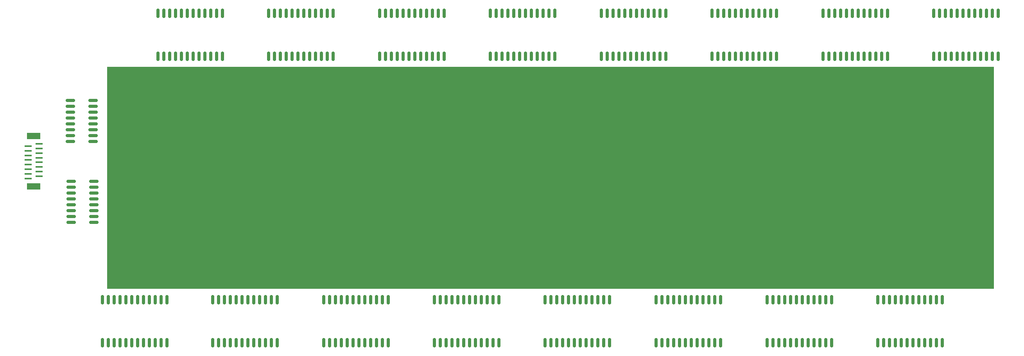
<source format=gbs>
G04 #@! TF.GenerationSoftware,KiCad,Pcbnew,6.0.8+dfsg-1~bpo11+1*
G04 #@! TF.CreationDate,2023-08-01T08:47:42-04:00*
G04 #@! TF.ProjectId,14_8x32_self_capacitance,31345f38-7833-4325-9f73-656c665f6361,rev?*
G04 #@! TF.SameCoordinates,Original*
G04 #@! TF.FileFunction,Soldermask,Bot*
G04 #@! TF.FilePolarity,Negative*
%FSLAX46Y46*%
G04 Gerber Fmt 4.6, Leading zero omitted, Abs format (unit mm)*
G04 Created by KiCad (PCBNEW 6.0.8+dfsg-1~bpo11+1) date 2023-08-01 08:47:42*
%MOMM*%
%LPD*%
G01*
G04 APERTURE LIST*
G04 Aperture macros list*
%AMRoundRect*
0 Rectangle with rounded corners*
0 $1 Rounding radius*
0 $2 $3 $4 $5 $6 $7 $8 $9 X,Y pos of 4 corners*
0 Add a 4 corners polygon primitive as box body*
4,1,4,$2,$3,$4,$5,$6,$7,$8,$9,$2,$3,0*
0 Add four circle primitives for the rounded corners*
1,1,$1+$1,$2,$3*
1,1,$1+$1,$4,$5*
1,1,$1+$1,$6,$7*
1,1,$1+$1,$8,$9*
0 Add four rect primitives between the rounded corners*
20,1,$1+$1,$2,$3,$4,$5,0*
20,1,$1+$1,$4,$5,$6,$7,0*
20,1,$1+$1,$6,$7,$8,$9,0*
20,1,$1+$1,$8,$9,$2,$3,0*%
G04 Aperture macros list end*
%ADD10C,0.050000*%
%ADD11RoundRect,0.150000X-0.825000X-0.150000X0.825000X-0.150000X0.825000X0.150000X-0.825000X0.150000X0*%
%ADD12RoundRect,0.150000X0.150000X-0.875000X0.150000X0.875000X-0.150000X0.875000X-0.150000X-0.875000X0*%
%ADD13R,1.600000X0.400000*%
%ADD14R,2.900000X1.400000*%
%ADD15RoundRect,0.150000X-0.150000X0.875000X-0.150000X-0.875000X0.150000X-0.875000X0.150000X0.875000X0*%
G04 APERTURE END LIST*
D10*
X68200000Y-56600000D02*
X260200000Y-56600000D01*
X260200000Y-56600000D02*
X260200000Y-104600000D01*
X260200000Y-104600000D02*
X68200000Y-104600000D01*
X68200000Y-104600000D02*
X68200000Y-56600000D01*
G36*
X68200000Y-56600000D02*
G01*
X260200000Y-56600000D01*
X260200000Y-104600000D01*
X68200000Y-104600000D01*
X68200000Y-56600000D01*
G37*
D11*
X60225000Y-72745000D03*
X60225000Y-71475000D03*
X60225000Y-70205000D03*
X60225000Y-68935000D03*
X60225000Y-67665000D03*
X60225000Y-66395000D03*
X60225000Y-65125000D03*
X60225000Y-63855000D03*
X65175000Y-63855000D03*
X65175000Y-65125000D03*
X65175000Y-66395000D03*
X65175000Y-67665000D03*
X65175000Y-68935000D03*
X65175000Y-70205000D03*
X65175000Y-71475000D03*
X65175000Y-72745000D03*
D12*
X165185000Y-54250000D03*
X163915000Y-54250000D03*
X162645000Y-54250000D03*
X161375000Y-54250000D03*
X160105000Y-54250000D03*
X158835000Y-54250000D03*
X157565000Y-54250000D03*
X156295000Y-54250000D03*
X155025000Y-54250000D03*
X153755000Y-54250000D03*
X152485000Y-54250000D03*
X151215000Y-54250000D03*
X151215000Y-44950000D03*
X152485000Y-44950000D03*
X153755000Y-44950000D03*
X155025000Y-44950000D03*
X156295000Y-44950000D03*
X157565000Y-44950000D03*
X158835000Y-44950000D03*
X160105000Y-44950000D03*
X161375000Y-44950000D03*
X162645000Y-44950000D03*
X163915000Y-44950000D03*
X165185000Y-44950000D03*
D11*
X60425000Y-90245000D03*
X60425000Y-88975000D03*
X60425000Y-87705000D03*
X60425000Y-86435000D03*
X60425000Y-85165000D03*
X60425000Y-83895000D03*
X60425000Y-82625000D03*
X60425000Y-81355000D03*
X65375000Y-81355000D03*
X65375000Y-82625000D03*
X65375000Y-83895000D03*
X65375000Y-85165000D03*
X65375000Y-86435000D03*
X65375000Y-87705000D03*
X65375000Y-88975000D03*
X65375000Y-90245000D03*
D12*
X237185000Y-54250000D03*
X235915000Y-54250000D03*
X234645000Y-54250000D03*
X233375000Y-54250000D03*
X232105000Y-54250000D03*
X230835000Y-54250000D03*
X229565000Y-54250000D03*
X228295000Y-54250000D03*
X227025000Y-54250000D03*
X225755000Y-54250000D03*
X224485000Y-54250000D03*
X223215000Y-54250000D03*
X223215000Y-44950000D03*
X224485000Y-44950000D03*
X225755000Y-44950000D03*
X227025000Y-44950000D03*
X228295000Y-44950000D03*
X229565000Y-44950000D03*
X230835000Y-44950000D03*
X232105000Y-44950000D03*
X233375000Y-44950000D03*
X234645000Y-44950000D03*
X235915000Y-44950000D03*
X237185000Y-44950000D03*
X261185000Y-54250000D03*
X259915000Y-54250000D03*
X258645000Y-54250000D03*
X257375000Y-54250000D03*
X256105000Y-54250000D03*
X254835000Y-54250000D03*
X253565000Y-54250000D03*
X252295000Y-54250000D03*
X251025000Y-54250000D03*
X249755000Y-54250000D03*
X248485000Y-54250000D03*
X247215000Y-54250000D03*
X247215000Y-44950000D03*
X248485000Y-44950000D03*
X249755000Y-44950000D03*
X251025000Y-44950000D03*
X252295000Y-44950000D03*
X253565000Y-44950000D03*
X254835000Y-44950000D03*
X256105000Y-44950000D03*
X257375000Y-44950000D03*
X258645000Y-44950000D03*
X259915000Y-44950000D03*
X261185000Y-44950000D03*
X189185000Y-54250000D03*
X187915000Y-54250000D03*
X186645000Y-54250000D03*
X185375000Y-54250000D03*
X184105000Y-54250000D03*
X182835000Y-54250000D03*
X181565000Y-54250000D03*
X180295000Y-54250000D03*
X179025000Y-54250000D03*
X177755000Y-54250000D03*
X176485000Y-54250000D03*
X175215000Y-54250000D03*
X175215000Y-44950000D03*
X176485000Y-44950000D03*
X177755000Y-44950000D03*
X179025000Y-44950000D03*
X180295000Y-44950000D03*
X181565000Y-44950000D03*
X182835000Y-44950000D03*
X184105000Y-44950000D03*
X185375000Y-44950000D03*
X186645000Y-44950000D03*
X187915000Y-44950000D03*
X189185000Y-44950000D03*
D13*
X51100000Y-80750000D03*
X53500000Y-80250000D03*
X51100000Y-79750000D03*
X53500000Y-79250000D03*
X51100000Y-78750000D03*
X53500000Y-78250000D03*
X51100000Y-77750000D03*
X53500000Y-77250000D03*
X51100000Y-76750000D03*
X53500000Y-76250000D03*
X51100000Y-75750000D03*
X53500000Y-75250000D03*
X51100000Y-74750000D03*
X53500000Y-74250000D03*
X51100000Y-73750000D03*
X53500000Y-73250000D03*
D14*
X52300000Y-82450000D03*
X52300000Y-71550000D03*
D12*
X141185000Y-54250000D03*
X139915000Y-54250000D03*
X138645000Y-54250000D03*
X137375000Y-54250000D03*
X136105000Y-54250000D03*
X134835000Y-54250000D03*
X133565000Y-54250000D03*
X132295000Y-54250000D03*
X131025000Y-54250000D03*
X129755000Y-54250000D03*
X128485000Y-54250000D03*
X127215000Y-54250000D03*
X127215000Y-44950000D03*
X128485000Y-44950000D03*
X129755000Y-44950000D03*
X131025000Y-44950000D03*
X132295000Y-44950000D03*
X133565000Y-44950000D03*
X134835000Y-44950000D03*
X136105000Y-44950000D03*
X137375000Y-44950000D03*
X138645000Y-44950000D03*
X139915000Y-44950000D03*
X141185000Y-44950000D03*
D15*
X91115000Y-107050000D03*
X92385000Y-107050000D03*
X93655000Y-107050000D03*
X94925000Y-107050000D03*
X96195000Y-107050000D03*
X97465000Y-107050000D03*
X98735000Y-107050000D03*
X100005000Y-107050000D03*
X101275000Y-107050000D03*
X102545000Y-107050000D03*
X103815000Y-107050000D03*
X105085000Y-107050000D03*
X105085000Y-116350000D03*
X103815000Y-116350000D03*
X102545000Y-116350000D03*
X101275000Y-116350000D03*
X100005000Y-116350000D03*
X98735000Y-116350000D03*
X97465000Y-116350000D03*
X96195000Y-116350000D03*
X94925000Y-116350000D03*
X93655000Y-116350000D03*
X92385000Y-116350000D03*
X91115000Y-116350000D03*
X115115000Y-107050000D03*
X116385000Y-107050000D03*
X117655000Y-107050000D03*
X118925000Y-107050000D03*
X120195000Y-107050000D03*
X121465000Y-107050000D03*
X122735000Y-107050000D03*
X124005000Y-107050000D03*
X125275000Y-107050000D03*
X126545000Y-107050000D03*
X127815000Y-107050000D03*
X129085000Y-107050000D03*
X129085000Y-116350000D03*
X127815000Y-116350000D03*
X126545000Y-116350000D03*
X125275000Y-116350000D03*
X124005000Y-116350000D03*
X122735000Y-116350000D03*
X121465000Y-116350000D03*
X120195000Y-116350000D03*
X118925000Y-116350000D03*
X117655000Y-116350000D03*
X116385000Y-116350000D03*
X115115000Y-116350000D03*
X139115000Y-107050000D03*
X140385000Y-107050000D03*
X141655000Y-107050000D03*
X142925000Y-107050000D03*
X144195000Y-107050000D03*
X145465000Y-107050000D03*
X146735000Y-107050000D03*
X148005000Y-107050000D03*
X149275000Y-107050000D03*
X150545000Y-107050000D03*
X151815000Y-107050000D03*
X153085000Y-107050000D03*
X153085000Y-116350000D03*
X151815000Y-116350000D03*
X150545000Y-116350000D03*
X149275000Y-116350000D03*
X148005000Y-116350000D03*
X146735000Y-116350000D03*
X145465000Y-116350000D03*
X144195000Y-116350000D03*
X142925000Y-116350000D03*
X141655000Y-116350000D03*
X140385000Y-116350000D03*
X139115000Y-116350000D03*
X187115000Y-107050000D03*
X188385000Y-107050000D03*
X189655000Y-107050000D03*
X190925000Y-107050000D03*
X192195000Y-107050000D03*
X193465000Y-107050000D03*
X194735000Y-107050000D03*
X196005000Y-107050000D03*
X197275000Y-107050000D03*
X198545000Y-107050000D03*
X199815000Y-107050000D03*
X201085000Y-107050000D03*
X201085000Y-116350000D03*
X199815000Y-116350000D03*
X198545000Y-116350000D03*
X197275000Y-116350000D03*
X196005000Y-116350000D03*
X194735000Y-116350000D03*
X193465000Y-116350000D03*
X192195000Y-116350000D03*
X190925000Y-116350000D03*
X189655000Y-116350000D03*
X188385000Y-116350000D03*
X187115000Y-116350000D03*
D12*
X117185000Y-54250000D03*
X115915000Y-54250000D03*
X114645000Y-54250000D03*
X113375000Y-54250000D03*
X112105000Y-54250000D03*
X110835000Y-54250000D03*
X109565000Y-54250000D03*
X108295000Y-54250000D03*
X107025000Y-54250000D03*
X105755000Y-54250000D03*
X104485000Y-54250000D03*
X103215000Y-54250000D03*
X103215000Y-44950000D03*
X104485000Y-44950000D03*
X105755000Y-44950000D03*
X107025000Y-44950000D03*
X108295000Y-44950000D03*
X109565000Y-44950000D03*
X110835000Y-44950000D03*
X112105000Y-44950000D03*
X113375000Y-44950000D03*
X114645000Y-44950000D03*
X115915000Y-44950000D03*
X117185000Y-44950000D03*
D15*
X67215000Y-107050000D03*
X68485000Y-107050000D03*
X69755000Y-107050000D03*
X71025000Y-107050000D03*
X72295000Y-107050000D03*
X73565000Y-107050000D03*
X74835000Y-107050000D03*
X76105000Y-107050000D03*
X77375000Y-107050000D03*
X78645000Y-107050000D03*
X79915000Y-107050000D03*
X81185000Y-107050000D03*
X81185000Y-116350000D03*
X79915000Y-116350000D03*
X78645000Y-116350000D03*
X77375000Y-116350000D03*
X76105000Y-116350000D03*
X74835000Y-116350000D03*
X73565000Y-116350000D03*
X72295000Y-116350000D03*
X71025000Y-116350000D03*
X69755000Y-116350000D03*
X68485000Y-116350000D03*
X67215000Y-116350000D03*
D12*
X213185000Y-54250000D03*
X211915000Y-54250000D03*
X210645000Y-54250000D03*
X209375000Y-54250000D03*
X208105000Y-54250000D03*
X206835000Y-54250000D03*
X205565000Y-54250000D03*
X204295000Y-54250000D03*
X203025000Y-54250000D03*
X201755000Y-54250000D03*
X200485000Y-54250000D03*
X199215000Y-54250000D03*
X199215000Y-44950000D03*
X200485000Y-44950000D03*
X201755000Y-44950000D03*
X203025000Y-44950000D03*
X204295000Y-44950000D03*
X205565000Y-44950000D03*
X206835000Y-44950000D03*
X208105000Y-44950000D03*
X209375000Y-44950000D03*
X210645000Y-44950000D03*
X211915000Y-44950000D03*
X213185000Y-44950000D03*
D15*
X235115000Y-107050000D03*
X236385000Y-107050000D03*
X237655000Y-107050000D03*
X238925000Y-107050000D03*
X240195000Y-107050000D03*
X241465000Y-107050000D03*
X242735000Y-107050000D03*
X244005000Y-107050000D03*
X245275000Y-107050000D03*
X246545000Y-107050000D03*
X247815000Y-107050000D03*
X249085000Y-107050000D03*
X249085000Y-116350000D03*
X247815000Y-116350000D03*
X246545000Y-116350000D03*
X245275000Y-116350000D03*
X244005000Y-116350000D03*
X242735000Y-116350000D03*
X241465000Y-116350000D03*
X240195000Y-116350000D03*
X238925000Y-116350000D03*
X237655000Y-116350000D03*
X236385000Y-116350000D03*
X235115000Y-116350000D03*
D12*
X93185000Y-54250000D03*
X91915000Y-54250000D03*
X90645000Y-54250000D03*
X89375000Y-54250000D03*
X88105000Y-54250000D03*
X86835000Y-54250000D03*
X85565000Y-54250000D03*
X84295000Y-54250000D03*
X83025000Y-54250000D03*
X81755000Y-54250000D03*
X80485000Y-54250000D03*
X79215000Y-54250000D03*
X79215000Y-44950000D03*
X80485000Y-44950000D03*
X81755000Y-44950000D03*
X83025000Y-44950000D03*
X84295000Y-44950000D03*
X85565000Y-44950000D03*
X86835000Y-44950000D03*
X88105000Y-44950000D03*
X89375000Y-44950000D03*
X90645000Y-44950000D03*
X91915000Y-44950000D03*
X93185000Y-44950000D03*
D15*
X211115000Y-107050000D03*
X212385000Y-107050000D03*
X213655000Y-107050000D03*
X214925000Y-107050000D03*
X216195000Y-107050000D03*
X217465000Y-107050000D03*
X218735000Y-107050000D03*
X220005000Y-107050000D03*
X221275000Y-107050000D03*
X222545000Y-107050000D03*
X223815000Y-107050000D03*
X225085000Y-107050000D03*
X225085000Y-116350000D03*
X223815000Y-116350000D03*
X222545000Y-116350000D03*
X221275000Y-116350000D03*
X220005000Y-116350000D03*
X218735000Y-116350000D03*
X217465000Y-116350000D03*
X216195000Y-116350000D03*
X214925000Y-116350000D03*
X213655000Y-116350000D03*
X212385000Y-116350000D03*
X211115000Y-116350000D03*
X163015000Y-107050000D03*
X164285000Y-107050000D03*
X165555000Y-107050000D03*
X166825000Y-107050000D03*
X168095000Y-107050000D03*
X169365000Y-107050000D03*
X170635000Y-107050000D03*
X171905000Y-107050000D03*
X173175000Y-107050000D03*
X174445000Y-107050000D03*
X175715000Y-107050000D03*
X176985000Y-107050000D03*
X176985000Y-116350000D03*
X175715000Y-116350000D03*
X174445000Y-116350000D03*
X173175000Y-116350000D03*
X171905000Y-116350000D03*
X170635000Y-116350000D03*
X169365000Y-116350000D03*
X168095000Y-116350000D03*
X166825000Y-116350000D03*
X165555000Y-116350000D03*
X164285000Y-116350000D03*
X163015000Y-116350000D03*
M02*

</source>
